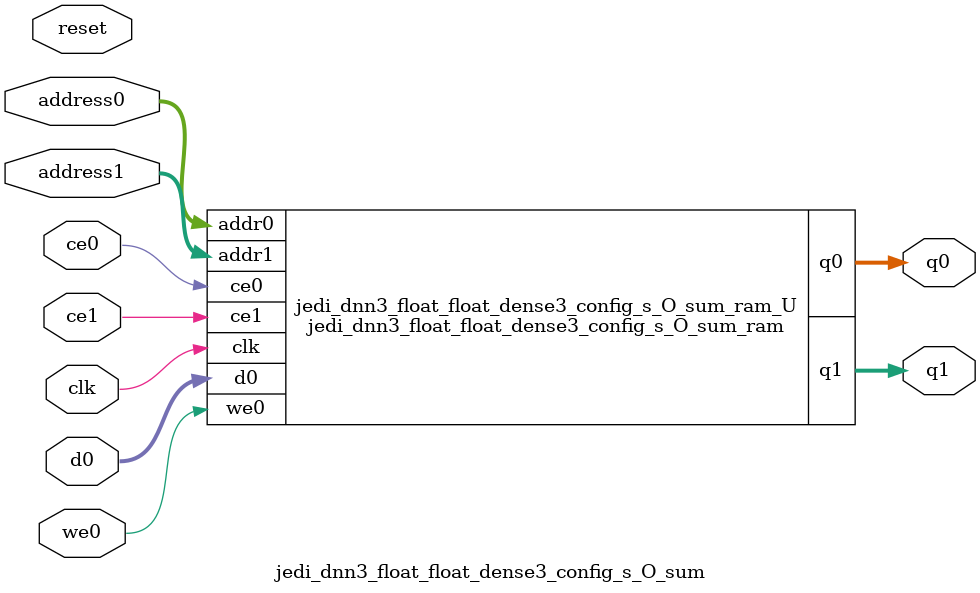
<source format=v>
`timescale 1 ns / 1 ps
module jedi_dnn3_float_float_dense3_config_s_O_sum_ram (addr0, ce0, d0, we0, q0, addr1, ce1, q1,  clk);

parameter DWIDTH = 32;
parameter AWIDTH = 4;
parameter MEM_SIZE = 10;

input[AWIDTH-1:0] addr0;
input ce0;
input[DWIDTH-1:0] d0;
input we0;
output reg[DWIDTH-1:0] q0;
input[AWIDTH-1:0] addr1;
input ce1;
output reg[DWIDTH-1:0] q1;
input clk;

(* ram_style = "distributed" *)reg [DWIDTH-1:0] ram[0:MEM_SIZE-1];




always @(posedge clk)  
begin 
    if (ce0) begin
        if (we0) 
            ram[addr0] <= d0; 
        q0 <= ram[addr0];
    end
end


always @(posedge clk)  
begin 
    if (ce1) begin
        q1 <= ram[addr1];
    end
end


endmodule

`timescale 1 ns / 1 ps
module jedi_dnn3_float_float_dense3_config_s_O_sum(
    reset,
    clk,
    address0,
    ce0,
    we0,
    d0,
    q0,
    address1,
    ce1,
    q1);

parameter DataWidth = 32'd32;
parameter AddressRange = 32'd10;
parameter AddressWidth = 32'd4;
input reset;
input clk;
input[AddressWidth - 1:0] address0;
input ce0;
input we0;
input[DataWidth - 1:0] d0;
output[DataWidth - 1:0] q0;
input[AddressWidth - 1:0] address1;
input ce1;
output[DataWidth - 1:0] q1;



jedi_dnn3_float_float_dense3_config_s_O_sum_ram jedi_dnn3_float_float_dense3_config_s_O_sum_ram_U(
    .clk( clk ),
    .addr0( address0 ),
    .ce0( ce0 ),
    .we0( we0 ),
    .d0( d0 ),
    .q0( q0 ),
    .addr1( address1 ),
    .ce1( ce1 ),
    .q1( q1 ));

endmodule


</source>
